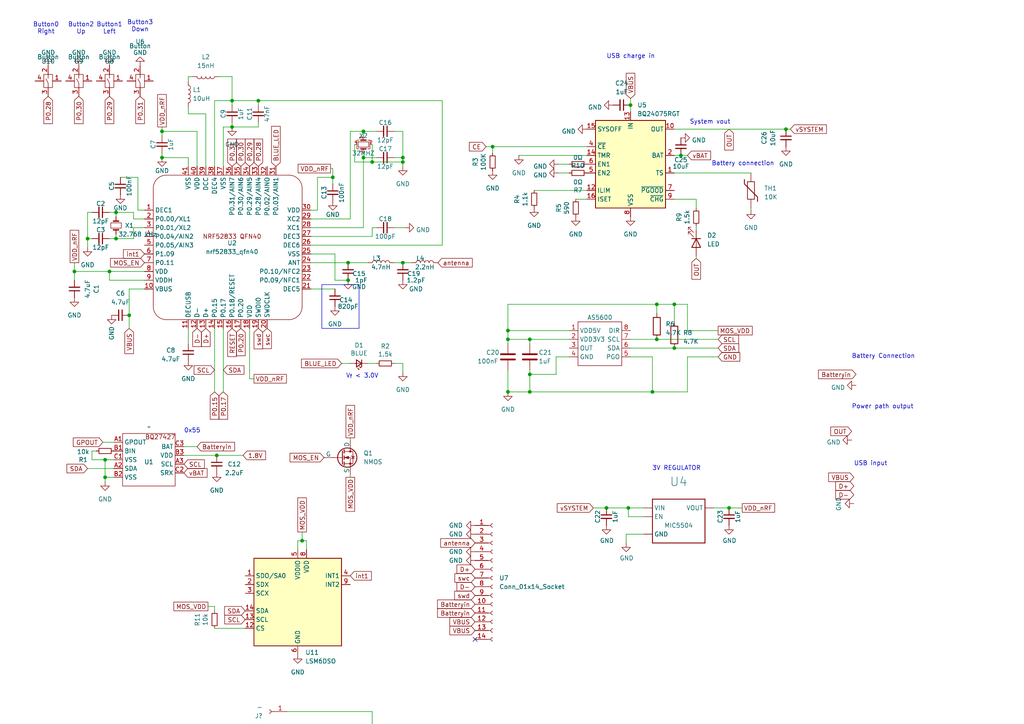
<source format=kicad_sch>
(kicad_sch (version 20231120) (generator "eeschema") (generator_version "8.0")
  (paper "A4")
  (title_block (title "Revolute Wireless") (date "2023-12-21") (company "Tongtong.Inc"))
  (junction (at 107.95 46.99))
  (junction (at 147.32 113.665))
  (junction (at 147.32 98.425))
  (junction (at 84.455 238.76))
  (junction (at 182.88 30.48))
  (junction (at 153.67 113.665))
  (junction (at 105.41 38.1))
  (junction (at 195.58 100.965))
  (junction (at 31.75 78.74))
  (junction (at 116.84 46.99))
  (junction (at 87.63 156.845))
  (junction (at 67.31 29.21))
  (junction (at 195.58 88.265))
  (junction (at 147.32 95.885))
  (junction (at 107.95 226.695))
  (junction (at 105.41 219.075))
  (junction (at 107.95 219.075))
  (junction (at 46.99 38.1))
  (junction (at 105.41 45.72))
  (junction (at 46.99 45.72))
  (junction (at 197.485 45.085))
  (junction (at 182.245 147.32))
  (junction (at 100.965 76.2))
  (junction (at 227.965 37.465))
  (junction (at 37.465 91.44))
  (junction (at 116.84 45.72))
  (junction (at 189.23 113.665))
  (junction (at 30.48 133.35))
  (junction (at 67.31 36.83))
  (junction (at 142.875 42.545))
  (junction (at 129.54 238.76))
  (junction (at 25.4 69.215))
  (junction (at 190.5 98.425))
  (junction (at 100.965 81.28))
  (junction (at 105.41 230.505))
  (junction (at 96.52 51.435))
  (junction (at 21.59 78.74))
  (junction (at 190.5 88.265))
  (junction (at 211.455 147.32))
  (junction (at 62.865 132.08))
  (junction (at 175.895 147.32))
  (junction (at 116.84 76.2))
  (junction (at 33.655 61.595))
  (junction (at 33.655 69.215))
  (junction (at 153.67 98.425))
  (junction (at 153.67 108.585))
  (junction (at 107.95 238.76))
  (junction (at 30.48 138.43))
  (junction (at 74.93 29.21))
  (no_connect (at 137.795 185.42))
  (wire (pts (xy 107.95 68.58) (xy 90.17 68.58)))
  (wire (pts (xy 40.005 60.96) (xy 41.91 60.96)))
  (wire (pts (xy 161.29 108.585) (xy 153.67 108.585)))
  (wire (pts (xy 96.52 230.505) (xy 96.52 231.14)))
  (wire (pts (xy 165.1 103.505) (xy 161.29 103.505)))
  (wire (pts (xy 102.87 46.99) (xy 107.95 46.99)))
  (wire (pts (xy 21.59 78.74) (xy 31.75 78.74)))
  (wire (pts (xy 211.455 147.32) (xy 207.01 147.32)))
  (wire (pts (xy 101.6 127) (xy 101.6 127.635)))
  (wire (pts (xy 129.54 219.075) (xy 129.54 238.76)))
  (wire (pts (xy 147.32 98.425) (xy 147.32 99.695)))
  (wire (pts (xy 86.36 159.385) (xy 86.36 156.845)))
  (wire (pts (xy 161.925 50.165) (xy 165.1 50.165)))
  (wire (pts (xy 54.61 31.115) (xy 54.61 33.02)))
  (wire (pts (xy 30.48 133.35) (xy 33.02 133.35)))
  (wire (pts (xy 117.475 66.04) (xy 114.3 66.04)))
  (wire (pts (xy 67.31 36.83) (xy 74.93 36.83)))
  (wire (pts (xy 107.95 238.76) (xy 114.3 238.76)))
  (wire (pts (xy 84.455 248.92) (xy 131.445 248.92)))
  (wire (pts (xy 181.61 154.94) (xy 186.69 154.94)))
  (wire (pts (xy 54.61 22.225) (xy 54.61 23.495)))
  (wire (pts (xy 97.155 81.28) (xy 100.965 81.28)))
  (wire (pts (xy 147.32 95.885) (xy 147.32 98.425)))
  (wire (pts (xy 84.455 238.76) (xy 91.44 238.76)))
  (wire (pts (xy 34.925 51.435) (xy 40.005 51.435)))
  (wire (pts (xy 38.735 61.595) (xy 33.655 61.595)))
  (wire (pts (xy 64.77 36.83) (xy 67.31 36.83)))
  (wire (pts (xy 102.87 41.91) (xy 102.87 46.99)))
  (wire (pts (xy 87.63 154.305) (xy 87.63 156.845)))
  (wire (pts (xy 64.77 48.26) (xy 64.77 36.83)))
  (wire (pts (xy 37.465 91.44) (xy 37.465 83.82)))
  (wire (pts (xy 147.32 95.885) (xy 147.32 88.265)))
  (wire (pts (xy 107.95 66.04) (xy 107.95 68.58)))
  (wire (pts (xy 60.325 175.895) (xy 62.23 175.895)))
  (wire (pts (xy 96.52 211.455) (xy 96.52 226.695)))
  (wire (pts (xy 86.36 156.845) (xy 87.63 156.845)))
  (wire (pts (xy 25.4 69.215) (xy 25.4 71.755)))
  (wire (pts (xy 119.38 226.695) (xy 107.95 226.695)))
  (wire (pts (xy 21.59 78.74) (xy 21.59 81.28)))
  (wire (pts (xy 128.27 29.21) (xy 74.93 29.21)))
  (wire (pts (xy 182.88 28.575) (xy 182.88 30.48)))
  (wire (pts (xy 147.32 95.885) (xy 165.1 95.885)))
  (wire (pts (xy 195.58 88.265) (xy 195.58 93.345)))
  (wire (pts (xy 46.99 44.45) (xy 46.99 45.72)))
  (wire (pts (xy 119.38 230.505) (xy 105.41 230.505)))
  (wire (pts (xy 90.17 60.96) (xy 92.075 60.96)))
  (wire (pts (xy 107.95 238.76) (xy 107.95 254.635)))
  (wire (pts (xy 97.155 73.66) (xy 97.155 81.28)))
  (wire (pts (xy 107.95 219.075) (xy 114.3 219.075)))
  (wire (pts (xy 142.875 44.45) (xy 142.875 42.545)))
  (wire (pts (xy 25.4 69.215) (xy 26.67 69.215)))
  (wire (pts (xy 41.91 63.5) (xy 38.735 63.5)))
  (wire (pts (xy 33.655 67.945) (xy 33.655 69.215)))
  (wire (pts (xy 182.88 100.965) (xy 195.58 100.965)))
  (wire (pts (xy 40.005 51.435) (xy 40.005 60.96)))
  (wire (pts (xy 107.95 219.075) (xy 107.95 206.375)))
  (wire (pts (xy 105.41 38.1) (xy 109.22 38.1)))
  (wire (pts (xy 147.32 107.315) (xy 147.32 113.665)))
  (wire (pts (xy 83.185 254.635) (xy 107.95 254.635)))
  (wire (pts (xy 182.245 147.32) (xy 186.69 147.32)))
  (wire (pts (xy 95.885 48.895) (xy 96.52 48.895)))
  (wire (pts (xy 142.875 42.545) (xy 170.18 42.545)))
  (wire (pts (xy 107.95 46.99) (xy 107.95 41.91)))
  (wire (pts (xy 114.3 38.1) (xy 116.84 38.1)))
  (wire (pts (xy 25.4 135.89) (xy 33.02 135.89)))
  (wire (pts (xy 54.61 48.26) (xy 54.61 45.72)))
  (wire (pts (xy 190.5 88.265) (xy 195.58 88.265)))
  (wire (pts (xy 90.17 73.66) (xy 97.155 73.66)))
  (wire (pts (xy 201.93 65.532) (xy 201.93 66.675)))
  (wire (pts (xy 153.67 98.425) (xy 147.32 98.425)))
  (wire (pts (xy 172.085 147.32) (xy 175.895 147.32)))
  (wire (pts (xy 62.23 29.21) (xy 62.23 48.26)))
  (wire (pts (xy 153.67 108.585) (xy 153.67 107.315)))
  (wire (pts (xy 199.39 95.885) (xy 208.28 95.885)))
  (wire (pts (xy 182.88 30.48) (xy 182.88 32.385)))
  (wire (pts (xy 105.41 38.1) (xy 105.41 39.37)))
  (wire (pts (xy 72.39 95.25) (xy 72.39 109.855)))
  (wire (pts (xy 46.99 36.83) (xy 46.99 38.1)))
  (wire (pts (xy 41.91 66.04) (xy 38.735 66.04)))
  (wire (pts (xy 129.54 238.76) (xy 129.54 241.3)))
  (wire (pts (xy 189.23 103.505) (xy 189.23 113.665)))
  (wire (pts (xy 153.67 113.665) (xy 189.23 113.665)))
  (wire (pts (xy 62.23 113.665) (xy 62.23 95.25)))
  (wire (pts (xy 38.735 66.04) (xy 38.735 69.215)))
  (wire (pts (xy 90.17 83.82) (xy 97.155 83.82)))
  (wire (pts (xy 62.865 132.08) (xy 70.485 132.08)))
  (wire (pts (xy 55.88 22.225) (xy 54.61 22.225)))
  (wire (pts (xy 96.52 230.505) (xy 105.41 230.505)))
  (wire (pts (xy 84.455 238.76) (xy 84.455 248.92)))
  (wire (pts (xy 153.67 98.425) (xy 153.67 99.695)))
  (wire (pts (xy 116.84 46.99) (xy 107.95 46.99)))
  (wire (pts (xy 90.17 76.2) (xy 100.965 76.2)))
  (wire (pts (xy 90.17 63.5) (xy 101.6 63.5)))
  (wire (pts (xy 38.735 63.5) (xy 38.735 61.595)))
  (wire (pts (xy 153.67 113.665) (xy 153.67 108.585)))
  (wire (pts (xy 195.58 57.785) (xy 201.93 57.785)))
  (wire (pts (xy 46.99 45.72) (xy 54.61 45.72)))
  (wire (pts (xy 199.39 113.665) (xy 199.39 103.505)))
  (wire (pts (xy 128.27 71.12) (xy 128.27 29.21)))
  (wire (pts (xy 116.84 45.72) (xy 116.84 46.99)))
  (wire (pts (xy 181.61 157.48) (xy 181.61 154.94)))
  (wire (pts (xy 154.94 55.245) (xy 170.18 55.245)))
  (wire (pts (xy 30.48 139.7) (xy 30.48 138.43)))
  (wire (pts (xy 105.41 44.45) (xy 105.41 45.72)))
  (wire (pts (xy 74.93 29.21) (xy 74.93 30.48)))
  (wire (pts (xy 64.77 113.665) (xy 64.77 95.25)))
  (wire (pts (xy 57.15 129.54) (xy 53.34 129.54)))
  (wire (pts (xy 46.99 38.1) (xy 57.15 38.1)))
  (wire (pts (xy 116.84 46.99) (xy 116.84 48.26)))
  (wire (pts (xy 101.6 63.5) (xy 101.6 38.1)))
  (wire (pts (xy 129.54 241.3) (xy 131.445 241.3)))
  (wire (pts (xy 175.895 147.32) (xy 182.245 147.32)))
  (wire (pts (xy 59.69 33.02) (xy 59.69 48.26)))
  (wire (pts (xy 101.6 38.1) (xy 105.41 38.1)))
  (wire (pts (xy 92.075 51.435) (xy 96.52 51.435)))
  (wire (pts (xy 147.32 113.665) (xy 153.67 113.665)))
  (wire (pts (xy 99.06 105.41) (xy 101.6 105.41)))
  (wire (pts (xy 101.6 138.43) (xy 101.6 137.795)))
  (wire (pts (xy 119.38 76.2) (xy 116.84 76.2)))
  (wire (pts (xy 37.465 83.82) (xy 41.91 83.82)))
  (wire (pts (xy 41.91 81.28) (xy 31.75 81.28)))
  (wire (pts (xy 190.5 88.265) (xy 190.5 90.805)))
  (wire (pts (xy 38.735 69.215) (xy 33.655 69.215)))
  (wire (pts (xy 67.31 29.21) (xy 67.31 30.48)))
  (wire (pts (xy 124.46 238.76) (xy 129.54 238.76)))
  (wire (pts (xy 105.41 219.075) (xy 107.95 219.075)))
  (wire (pts (xy 31.75 69.215) (xy 33.655 69.215)))
  (wire (pts (xy 90.17 71.12) (xy 128.27 71.12)))
  (wire (pts (xy 229.235 37.465) (xy 227.965 37.465)))
  (wire (pts (xy 101.6 219.075) (xy 105.41 219.075)))
  (wire (pts (xy 101.6 238.76) (xy 107.95 238.76)))
  (wire (pts (xy 116.84 38.1) (xy 116.84 45.72)))
  (wire (pts (xy 142.875 42.545) (xy 140.97 42.545)))
  (wire (pts (xy 67.31 35.56) (xy 67.31 36.83)))
  (wire (pts (xy 107.95 226.695) (xy 107.95 238.76)))
  (wire (pts (xy 105.41 45.72) (xy 105.41 66.04)))
  (wire (pts (xy 31.75 81.28) (xy 31.75 78.74)))
  (wire (pts (xy 186.69 149.86) (xy 182.245 149.86)))
  (wire (pts (xy 62.23 182.245) (xy 71.12 182.245)))
  (wire (pts (xy 27.94 130.81) (xy 26.67 130.81)))
  (wire (pts (xy 195.58 100.965) (xy 208.28 100.965)))
  (wire (pts (xy 119.38 246.38) (xy 119.38 230.505)))
  (wire (pts (xy 106.68 105.41) (xy 109.22 105.41)))
  (wire (pts (xy 57.15 48.26) (xy 57.15 38.1)))
  (wire (pts (xy 96.52 51.435) (xy 96.52 53.34)))
  (wire (pts (xy 87.63 156.845) (xy 88.9 156.845)))
  (wire (pts (xy 114.3 45.72) (xy 116.84 45.72)))
  (wire (pts (xy 46.99 38.1) (xy 46.99 39.37)))
  (wire (pts (xy 182.88 98.425) (xy 190.5 98.425)))
  (wire (pts (xy 26.67 133.35) (xy 30.48 133.35)))
  (wire (pts (xy 197.485 45.085) (xy 195.58 45.085)))
  (wire (pts (xy 33.655 61.595) (xy 33.655 62.865)))
  (wire (pts (xy 67.31 29.21) (xy 67.31 22.225)))
  (wire (pts (xy 153.67 98.425) (xy 165.1 98.425)))
  (wire (pts (xy 54.61 33.02) (xy 59.69 33.02)))
  (wire (pts (xy 31.75 61.595) (xy 33.655 61.595)))
  (wire (pts (xy 105.41 219.075) (xy 105.41 230.505)))
  (wire (pts (xy 195.58 37.465) (xy 227.965 37.465)))
  (wire (pts (xy 62.23 175.895) (xy 62.23 177.165)))
  (wire (pts (xy 190.5 98.425) (xy 208.28 98.425)))
  (wire (pts (xy 73.66 109.855) (xy 72.39 109.855)))
  (wire (pts (xy 201.93 74.93) (xy 201.93 74.295)))
  (wire (pts (xy 67.31 29.21) (xy 62.23 29.21)))
  (wire (pts (xy 199.39 45.085) (xy 197.485 45.085)))
  (wire (pts (xy 147.32 88.265) (xy 190.5 88.265)))
  (wire (pts (xy 67.31 22.225) (xy 63.5 22.225)))
  (wire (pts (xy 114.3 105.41) (xy 116.84 105.41)))
  (wire (pts (xy 90.17 66.04) (xy 105.41 66.04)))
  (wire (pts (xy 30.48 138.43) (xy 30.48 133.35)))
  (wire (pts (xy 201.93 57.785) (xy 201.93 60.452)))
  (wire (pts (xy 116.84 105.41) (xy 116.84 107.95)))
  (wire (pts (xy 124.46 219.075) (xy 129.54 219.075)))
  (wire (pts (xy 150.495 45.085) (xy 170.18 45.085)))
  (wire (pts (xy 37.465 95.25) (xy 37.465 91.44)))
  (wire (pts (xy 167.005 57.785) (xy 170.18 57.785)))
  (wire (pts (xy 116.84 76.2) (xy 114.3 76.2)))
  (wire (pts (xy 83.185 206.375) (xy 107.95 206.375)))
  (wire (pts (xy 161.29 103.505) (xy 161.29 108.585)))
  (wire (pts (xy 84.455 219.075) (xy 84.455 238.76)))
  (wire (pts (xy 217.805 50.165) (xy 195.58 50.165)))
  (wire (pts (xy 74.93 36.83) (xy 74.93 35.56)))
  (wire (pts (xy 91.44 219.075) (xy 84.455 219.075)))
  (wire (pts (xy 74.93 29.21) (xy 67.31 29.21)))
  (wire (pts (xy 96.52 226.695) (xy 107.95 226.695)))
  (wire (pts (xy 217.805 60.96) (xy 217.805 60.325)))
  (wire (pts (xy 25.4 61.595) (xy 26.67 61.595)))
  (wire (pts (xy 25.4 61.595) (xy 25.4 69.215)))
  (wire (pts (xy 26.67 130.81) (xy 26.67 133.35)))
  (wire (pts (xy 92.075 60.96) (xy 92.075 51.435)))
  (wire (pts (xy 189.23 113.665) (xy 199.39 113.665)))
  (wire (pts (xy 105.41 45.72) (xy 109.22 45.72)))
  (wire (pts (xy 54.61 95.25) (xy 54.61 99.695)))
  (wire (pts (xy 96.52 48.895) (xy 96.52 51.435)))
  (wire (pts (xy 88.9 156.845) (xy 88.9 159.385)))
  (wire (pts (xy 53.34 132.08) (xy 62.865 132.08)))
  (wire (pts (xy 106.68 76.2) (xy 100.965 76.2)))
  (wire (pts (xy 21.59 76.2) (xy 21.59 78.74)))
  (wire (pts (xy 195.58 88.265) (xy 199.39 88.265)))
  (wire (pts (xy 182.88 103.505) (xy 189.23 103.505)))
  (wire (pts (xy 31.75 78.74) (xy 41.91 78.74)))
  (wire (pts (xy 182.245 149.86) (xy 182.245 147.32)))
  (wire (pts (xy 29.845 128.27) (xy 33.02 128.27)))
  (wire (pts (xy 109.22 66.04) (xy 107.95 66.04)))
  (wire (pts (xy 30.48 138.43) (xy 33.02 138.43)))
  (wire (pts (xy 215.265 147.32) (xy 211.455 147.32)))
  (wire (pts (xy 199.39 103.505) (xy 208.28 103.505)))
  (wire (pts (xy 161.925 47.625) (xy 165.1 47.625)))
  (wire (pts (xy 199.39 88.265) (xy 199.39 95.885)))
  (rectangle (start 93.345 82.55) (end 104.14 95.25))
  (text "charging Power input" (at 67.31 231.775 0) (effects (font (size 1.27 1.27))))
  (text "Button2\nUp" (at 23.495 8.255 0) (effects (font (size 1.27 1.27))))
  (text "Battery connection" (at 206.375 48.26 0) (effects (font (size 1.27 1.27)) (justify left bottom)))
  (text "-" (at 132.08 247.015 0) (effects (font (size 1.27 1.27))))
  (text "V_{f} < 3.0V" (at 100.33 109.855 0) (effects (font (size 1.27 1.27)) (justify left bottom)))
  (text "Button1\nLeft" (at 31.75 8.255 0) (effects (font (size 1.27 1.27))))
  (text "Power path output" (at 247.015 118.745 0) (effects (font (size 1.27 1.27)) (justify left bottom)))
  (text "System vout" (at 200.025 36.195 0) (effects (font (size 1.27 1.27)) (justify left bottom)))
  (text "USB input\n" (at 247.65 135.255 0) (effects (font (size 1.27 1.27)) (justify left bottom)))
  (text "USB charge in" (at 175.895 17.145 0) (effects (font (size 1.27 1.27)) (justify left bottom)))
  (text "Button3\nDown" (at 40.64 7.62 0) (effects (font (size 1.27 1.27))))
  (text "+" (at 133.35 238.125 0) (effects (font (size 1.27 1.27))))
  (text "Button0\nRight" (at 13.335 8.255 0) (effects (font (size 1.27 1.27))))
  (text "0x55\n" (at 53.34 125.73 0) (effects (font (size 1.27 1.27)) (justify left bottom)))
  (text "Battery Connection" (at 247.015 104.14 0) (effects (font (size 1.27 1.27)) (justify left bottom)))
  (text "3V REGULATOR" (at 196.215 135.89 0) (effects (font (size 1.27 1.27))))
  (global_label "BLUE_LED" (shape input) (at 99.06 105.41 180) (property "Intersheetrefs" "${INTERSHEET_REFS}" (effects (hide yes))))
  (global_label "GPOUT" (shape input) (at 29.845 128.27 180) (property "Intersheetrefs" "${INTERSHEET_REFS}" (effects (hide yes))))
  (global_label "Batteryin" (shape input) (at 137.795 175.26 180) (property "Intersheetrefs" "${INTERSHEET_REFS}" (effects (hide yes))))
  (global_label "SDA" (shape input) (at 71.12 177.165 180) (property "Intersheetrefs" "${INTERSHEET_REFS}" (effects (hide yes))))
  (global_label "swc" (shape input) (at 77.47 95.25 270) (property "Intersheetrefs" "${INTERSHEET_REFS}" (effects (hide yes))))
  (global_label "VDD_nRF" (shape passive) (at 215.265 147.32 0) (property "Intersheetrefs" "${INTERSHEET_REFS}" (effects (hide yes))))
  (global_label "VDD_nRF" (shape passive) (at 73.66 109.855 0) (property "Intersheetrefs" "${INTERSHEET_REFS}" (effects (hide yes))))
  (global_label "vSYSTEM" (shape input) (at 172.085 147.32 180) (property "Intersheetrefs" "${INTERSHEET_REFS}" (effects (hide yes))))
  (global_label "SDA" (shape input) (at 64.77 107.315 0) (property "Intersheetrefs" "${INTERSHEET_REFS}" (effects (hide yes))))
  (global_label "antenna" (shape input) (at 137.795 157.48 180) (property "Intersheetrefs" "${INTERSHEET_REFS}" (effects (hide yes))))
  (global_label "D-" (shape input) (at 247.65 143.51 180) (property "Intersheetrefs" "${INTERSHEET_REFS}" (effects (hide yes))))
  (global_label "MOS_VDD" (shape passive) (at 101.6 138.43 270) (property "Intersheetrefs" "${INTERSHEET_REFS}" (effects (hide yes))))
  (global_label "MOS_VDD" (shape passive) (at 208.28 95.885 0) (property "Intersheetrefs" "${INTERSHEET_REFS}" (effects (hide yes))))
  (global_label "VDD_nRF" (shape passive) (at 95.885 48.895 180) (property "Intersheetrefs" "${INTERSHEET_REFS}" (effects (hide yes))))
  (global_label "MOS_EN" (shape input) (at 41.91 76.2 180) (property "Intersheetrefs" "${INTERSHEET_REFS}" (effects (hide yes))))
  (global_label "P0.20" (shape input) (at 69.85 95.25 270) (property "Intersheetrefs" "${INTERSHEET_REFS}" (effects (hide yes))))
  (global_label "MOS_VDD" (shape passive) (at 87.63 154.305 90) (property "Intersheetrefs" "${INTERSHEET_REFS}" (effects (hide yes))))
  (global_label "VBUS" (shape input) (at 182.88 28.575 90) (property "Intersheetrefs" "${INTERSHEET_REFS}" (effects (hide yes))))
  (global_label "D+" (shape input) (at 247.65 140.97 180) (property "Intersheetrefs" "${INTERSHEET_REFS}" (effects (hide yes))))
  (global_label "Batteryin" (shape input) (at 248.285 108.585 180) (property "Intersheetrefs" "${INTERSHEET_REFS}" (effects (hide yes))))
  (global_label "VBUS" (shape input) (at 137.795 182.88 180) (property "Intersheetrefs" "${INTERSHEET_REFS}" (effects (hide yes))))
  (global_label "P0.31" (shape input) (at 40.64 27.94 270) (property "Intersheetrefs" "${INTERSHEET_REFS}" (effects (hide yes))))
  (global_label "VBUS" (shape input) (at 131.445 241.3 0) (property "Intersheetrefs" "${INTERSHEET_REFS}" (effects (hide yes))))
  (global_label "swc" (shape input) (at 137.795 167.64 180) (property "Intersheetrefs" "${INTERSHEET_REFS}" (effects (hide yes))))
  (global_label "BLUE_LED" (shape input) (at 80.01 48.26 90) (property "Intersheetrefs" "${INTERSHEET_REFS}" (effects (hide yes))))
  (global_label "vBAT" (shape input) (at 53.34 137.16 0) (property "Intersheetrefs" "${INTERSHEET_REFS}" (effects (hide yes))))
  (global_label "vSYSTEM" (shape input) (at 229.235 37.465 0) (property "Intersheetrefs" "${INTERSHEET_REFS}" (effects (hide yes))))
  (global_label "int1" (shape input) (at 41.91 73.66 180) (property "Intersheetrefs" "${INTERSHEET_REFS}" (effects (hide yes))))
  (global_label "OUT" (shape input) (at 211.455 37.465 270) (property "Intersheetrefs" "${INTERSHEET_REFS}" (effects (hide yes))))
  (global_label "MOS_EN" (shape input) (at 93.98 132.715 180) (property "Intersheetrefs" "${INTERSHEET_REFS}" (effects (hide yes))))
  (global_label "P0.30" (shape input) (at 22.86 27.94 270) (property "Intersheetrefs" "${INTERSHEET_REFS}" (effects (hide yes))))
  (global_label "int1" (shape input) (at 101.6 167.005 0) (property "Intersheetrefs" "${INTERSHEET_REFS}" (effects (hide yes))))
  (global_label "SDA" (shape input) (at 208.28 100.965 0) (property "Intersheetrefs" "${INTERSHEET_REFS}" (effects (hide yes))))
  (global_label "CE" (shape input) (at 140.97 42.545 180) (property "Intersheetrefs" "${INTERSHEET_REFS}" (effects (hide yes))))
  (global_label "D-" (shape input) (at 57.15 95.25 270) (property "Intersheetrefs" "${INTERSHEET_REFS}" (effects (hide yes))))
  (global_label "swd" (shape input) (at 74.93 95.25 270) (property "Intersheetrefs" "${INTERSHEET_REFS}" (effects (hide yes))))
  (global_label "VDD_nRF" (shape passive) (at 21.59 76.2 90) (property "Intersheetrefs" "${INTERSHEET_REFS}" (effects (hide yes))))
  (global_label "MOS_VDD" (shape passive) (at 60.325 175.895 180) (property "Intersheetrefs" "${INTERSHEET_REFS}" (effects (hide yes))))
  (global_label "SCL" (shape input) (at 208.28 98.425 0) (property "Intersheetrefs" "${INTERSHEET_REFS}" (effects (hide yes))))
  (global_label "GND" (shape input) (at 208.28 103.505 0) (property "Intersheetrefs" "${INTERSHEET_REFS}" (effects (hide yes))))
  (global_label "P0.30" (shape input) (at 69.85 48.26 90) (property "Intersheetrefs" "${INTERSHEET_REFS}" (effects (hide yes))))
  (global_label "P0.29" (shape input) (at 31.75 27.94 270) (property "Intersheetrefs" "${INTERSHEET_REFS}" (effects (hide yes))))
  (global_label "VDD_nRF" (shape passive) (at 101.6 127 90) (property "Intersheetrefs" "${INTERSHEET_REFS}" (effects (hide yes))))
  (global_label "SCL" (shape input) (at 62.23 107.315 180) (property "Intersheetrefs" "${INTERSHEET_REFS}" (effects (hide yes))))
  (global_label "D+" (shape input) (at 59.69 95.25 270) (property "Intersheetrefs" "${INTERSHEET_REFS}" (effects (hide yes))))
  (global_label "Batteryin" (shape input) (at 57.15 129.54 0) (property "Intersheetrefs" "${INTERSHEET_REFS}" (effects (hide yes))))
  (global_label "SDA" (shape input) (at 25.4 135.89 180) (property "Intersheetrefs" "${INTERSHEET_REFS}" (effects (hide yes))))
  (global_label "1.8V" (shape input) (at 70.485 132.08 0) (property "Intersheetrefs" "${INTERSHEET_REFS}" (effects (hide yes))))
  (global_label "P0.15" (shape input) (at 62.23 113.665 270) (property "Intersheetrefs" "${INTERSHEET_REFS}" (effects (hide yes))))
  (global_label "VBUS" (shape input) (at 247.65 138.43 180) (property "Intersheetrefs" "${INTERSHEET_REFS}" (effects (hide yes))))
  (global_label "OUT" (shape input) (at 201.93 74.93 270) (property "Intersheetrefs" "${INTERSHEET_REFS}" (effects (hide yes))))
  (global_label "P0.28" (shape input) (at 13.97 27.94 270) (property "Intersheetrefs" "${INTERSHEET_REFS}" (effects (hide yes))))
  (global_label "P0.31" (shape input) (at 67.31 48.26 90) (property "Intersheetrefs" "${INTERSHEET_REFS}" (effects (hide yes))))
  (global_label "VBUS" (shape input) (at 37.465 95.25 270) (property "Intersheetrefs" "${INTERSHEET_REFS}" (effects (hide yes))))
  (global_label "RESET" (shape input) (at 67.31 95.25 270) (property "Intersheetrefs" "${INTERSHEET_REFS}" (effects (hide yes))))
  (global_label "VDD_nRF" (shape passive) (at 46.99 36.83 90) (property "Intersheetrefs" "${INTERSHEET_REFS}" (effects (hide yes))))
  (global_label "vBAT" (shape input) (at 199.39 45.085 0) (property "Intersheetrefs" "${INTERSHEET_REFS}" (effects (hide yes))))
  (global_label "D+" (shape input) (at 137.795 165.1 180) (property "Intersheetrefs" "${INTERSHEET_REFS}" (effects (hide yes))))
  (global_label "antenna" (shape input) (at 127 76.2 0) (property "Intersheetrefs" "${INTERSHEET_REFS}" (effects (hide yes))))
  (global_label "VBUS" (shape input) (at 137.795 180.34 180) (property "Intersheetrefs" "${INTERSHEET_REFS}" (effects (hide yes))))
  (global_label "P0.28" (shape input) (at 74.93 48.26 90) (property "Intersheetrefs" "${INTERSHEET_REFS}" (effects (hide yes))))
  (global_label "P0.17" (shape input) (at 64.77 113.665 270) (property "Intersheetrefs" "${INTERSHEET_REFS}" (effects (hide yes))))
  (global_label "P0.29" (shape input) (at 72.39 48.26 90) (property "Intersheetrefs" "${INTERSHEET_REFS}" (effects (hide yes))))
  (global_label "OUT" (shape input) (at 247.015 125.095 180) (property "Intersheetrefs" "${INTERSHEET_REFS}" (effects (hide yes))))
  (global_label "swd" (shape input) (at 137.795 172.72 180) (property "Intersheetrefs" "${INTERSHEET_REFS}" (effects (hide yes))))
  (global_label "Batteryin" (shape input) (at 137.795 177.8 180) (property "Intersheetrefs" "${INTERSHEET_REFS}" (effects (hide yes))))
  (global_label "SCL" (shape input) (at 71.12 179.705 180) (property "Intersheetrefs" "${INTERSHEET_REFS}" (effects (hide yes))))
  (global_label "SCL" (shape input) (at 53.34 134.62 0) (property "Intersheetrefs" "${INTERSHEET_REFS}" (effects (hide yes))))
  (global_label "D-" (shape input) (at 137.795 170.18 180) (property "Intersheetrefs" "${INTERSHEET_REFS}" (effects (hide yes))))
  (symbol (lib_id "power:GND") (at 117.475 66.04 90) (unit 1)
    (property "Reference" "#PWR018" (effects (hide yes)))
    (property "Value" "GND" (at 120.65 66.675 90) (effects (justify right)))
  )
  (symbol (lib_id "power:GND") (at 150.495 45.085 0) (unit 1)
    (property "Reference" "#PWR022" (effects (hide yes)))
    (property "Value" "GND" (at 150.495 50.165 0))
  )
  (symbol (lib_id "power:GND") (at 96.52 58.42 0) (unit 1)
    (property "Reference" "#PWR012" (effects (hide yes)))
    (property "Value" "GND" (at 96.52 62.23 0))
  )
  (symbol (lib_id "power:GND") (at 40.64 19.05 180) (unit 1)
    (property "Reference" "#PWR031" (effects (hide yes)))
    (property "Value" "GND" (at 40.64 15.24 0))
  )
  (symbol (lib_id "Device:C_Small") (at 34.925 91.44 270) (unit 1)
    (property "Reference" "C6" (at 34.925 85.09 90))
    (property "Value" "4.7uF" (at 34.925 87.63 90))
    (property "Footprint" "Library:Capacitor-0201" (effects (hide yes)))
    (property "ID" "140" (effects (hide yes)))
  )
  (symbol (lib_id "Device:R_Small") (at 142.875 46.99 0) (unit 1)
    (property "Reference" "R3" (at 137.8966 46.99 90))
    (property "Value" "100K" (at 140.208 46.99 90))
    (property "Footprint" "Library:Resistor-0201" (effects (hide yes)))
    (property "ID" "131" (effects (hide yes)))
  )
  (symbol (lib_id "power:GND") (at 227.965 42.545 0) (unit 1)
    (property "Reference" "#PWR038" (effects (hide yes)))
    (property "Value" "GND" (at 227.965 47.625 0))
  )
  (symbol (lib_id "Library:Button") (at 38.735 25.4 90) (unit 1)
    (property "Reference" "U6" (at 40.64 12.065 90))
    (property "Value" "Button" (at 40.64 13.335 90))
    (property "Footprint" "Library:SMDButton" (effects (hide yes)))
    (property "ID" "116" (effects (hide yes)))
  )
  (symbol (lib_id "power:GND") (at 182.88 62.865 0) (unit 1)
    (property "Reference" "#PWR029" (effects (hide yes)))
    (property "Value" "GND" (at 182.88 67.945 0))
  )
  (symbol (lib_id "power:GND") (at 154.94 60.325 0) (unit 1)
    (property "Reference" "#PWR023" (effects (hide yes)))
    (property "Value" "GND" (at 154.94 65.405 0))
  )
  (symbol (lib_id "Device:L") (at 59.69 22.225 270) (unit 1)
    (property "Reference" "L2" (at 59.69 16.51 90))
    (property "Value" "15nH" (at 59.69 19.05 90))
    (property "Footprint" "Inductor_SMD:L_0402_1005Metric" (effects (hide yes)))
    (property "ID" "11" (effects (hide yes)))
  )
  (symbol (lib_id "Library:nrf52833_qfn40") (at 63.5 77.47 0) (unit 1)
    (property "Reference" "U2" (at 67.31 70.485 0))
    (property "Value" "nrf52833_qfn40" (at 67.31 73.025 0))
    (property "Footprint" "Library:QFN-40-1EP_5x5mm_P0.4mm_EP3.6x3.6mm" (effects (hide yes)))
    (property "ID" "107" (effects (hide yes)))
  )
  (symbol (lib_id "power:GND") (at 25.4 71.755 0) (unit 1)
    (property "Reference" "#PWR02" (effects (hide yes)))
    (property "Value" "GND" (at 25.4 76.835 0))
  )
  (symbol (lib_id "Device:L") (at 110.49 76.2 90) (unit 1)
    (property "Reference" "L3" (at 109.22 74.93 90))
    (property "Value" "4.7nH" (at 110.49 77.47 90))
    (property "Footprint" "Inductor_SMD:L_0402_1005Metric" (effects (hide yes)))
    (property "ID" "104" (effects (hide yes)))
  )
  (symbol (lib_id "Device:Crystal_Small") (at 33.655 65.405 270) (unit 1)
    (property "Reference" "X1" (at 36.195 65.405 90) (effects (justify left)))
    (property "Value" "32.768 kHz" (at 34.29 67.945 90) (effects (justify left)))
    (property "Footprint" "Library:Crystal_SMD_2012-2Pin_2.0x1.2mm" (effects (hide yes)))
    (property "ID" "43" (effects (hide yes)))
  )
  (symbol (lib_id "Connector:Conn_01x01_Socket") (at 78.105 206.375 180) (unit 1)
    (property "Reference" "J?" (at 76.2 207.6451 0) (effects (justify left)))
    (property "Value" "-" (at 76.2 205.1051 0) (effects (justify left)))
    (property "Footprint" "Library:Pogo-pin-recepticle" (effects (hide yes)))
    (property "Description" "Generic connector, single row, 01x01, script generated" (effects (hide yes)))
  )
  (symbol (lib_id "power:GND") (at 217.805 60.96 0) (unit 1)
    (property "Reference" "#PWR033" (effects (hide yes)))
    (property "Value" "GND" (at 217.805 66.04 0))
  )
  (symbol (lib_id "power:GND") (at 248.285 111.76 270) (unit 1)
    (property "Reference" "#PWR037" (effects (hide yes)))
    (property "Value" "GND" (at 245.11 112.395 90) (effects (justify right)))
  )
  (symbol (lib_id "power:GND") (at 161.925 47.625 270) (unit 1)
    (property "Reference" "#PWR024" (effects (hide yes)))
    (property "Value" "GND" (at 158.75 48.26 90) (effects (justify right)))
  )
  (symbol (lib_id "power:GND") (at 67.31 36.83 0) (unit 1)
    (property "Reference" "#PWR09" (effects (hide yes)))
    (property "Value" "GND" (at 67.31 41.91 0))
  )
  (symbol (lib_id "Device:C_Small") (at 54.61 102.235 180) (unit 1)
    (property "Reference" "C8" (at 49.53 101.6 0))
    (property "Value" "4.7uF" (at 49.53 104.14 0))
    (property "Footprint" "Library:Capacitor-0201" (effects (hide yes)))
    (property "ID" "140" (effects (hide yes)))
  )
  (symbol (lib_id "power:GND") (at 147.32 113.665 0) (unit 1)
    (property "Reference" "#PWR019" (effects (hide yes)))
    (property "Value" "GND" (at 147.32 118.745 0))
  )
  (symbol (lib_id "Sensor_Motion:LSM6DS3") (at 86.36 174.625 0) (unit 1)
    (property "Reference" "U11" (at 88.5541 189.23 0) (effects (justify left)))
    (property "Value" "LSM6DSO" (at 88.5541 191.77 0) (effects (justify left)))
    (property "Footprint" "Package_LGA:LGA-14_3x2.5mm_P0.5mm_LayoutBorder3x4y" (effects (hide yes)))
    (property "Datasheet" "https://www.st.com/resource/en/datasheet/lsm6ds3tr-c.pdf" (effects (hide yes)))
    (property "Description" "I2C/SPI, iNEMO inertial module: always-on 3D accelerometer and 3D gyroscope" (effects (hide yes)))
  )
  (symbol (lib_id "power:GND") (at 116.84 107.95 0) (unit 1)
    (property "Reference" "#PWR017" (effects (hide yes)))
    (property "Value" "GND" (at 116.84 113.03 0))
  )
  (symbol (lib_id "Simulation_SPICE:PMOS") (at 119.38 241.3 90) (unit 1)
    (property "Reference" "Q?" (at 119.38 232.41 90))
    (property "Value" "PMOS-CSD25483F4" (at 119.38 234.95 90))
    (property "Footprint" "Library:Mosfet0402" (effects (hide yes)))
    (property "Datasheet" "https://ngspice.sourceforge.io/docs/ngspice-html-manual/manual.xhtml#cha_MOSFETs" (effects (hide yes)))
    (property "Description" "P-MOSFET transistor, drain/source/gate" (effects (hide yes)))
    (property "Sim.Device" "PMOS" (effects (hide yes)))
    (property "Sim.Type" "VDMOS" (effects (hide yes)))
    (property "Sim.Pins" "1=D 2=G 3=S" (effects (hide yes)))
  )
  (symbol (lib_id "nrfmicro-rescue:GND") (at 131.445 248.92 90) (unit 1)
    (property "Reference" "#PWR03" (effects (hide yes)))
    (property "Value" "GND" (at 135.8392 248.793 0))
  )
  (symbol (lib_id "power:GND") (at 116.84 48.26 0) (unit 1)
    (property "Reference" "#PWR015" (effects (hide yes)))
    (property "Value" "GND" (at 116.84 53.34 0))
  )
  (symbol (lib_id "power:GND") (at 62.865 137.16 0) (unit 1)
    (property "Reference" "#PWR011" (effects (hide yes)))
    (property "Value" "GND" (at 62.865 142.24 0))
  )
  (symbol (lib_id "Simulation_SPICE:NMOS") (at 96.52 216.535 270) (unit 1)
    (property "Reference" "Q?" (at 96.52 222.885 90))
    (property "Value" "NMOS-CSD17381F4" (at 96.52 225.425 90))
    (property "Footprint" "Library:Mosfet0402" (effects (hide yes)))
    (property "Datasheet" "https://ngspice.sourceforge.io/docs/ngspice-html-manual/manual.xhtml#cha_MOSFETs" (effects (hide yes)))
    (property "Description" "N-MOSFET transistor, drain/source/gate" (effects (hide yes)))
    (property "Sim.Device" "NMOS" (effects (hide yes)))
    (property "Sim.Type" "VDMOS" (effects (hide yes)))
    (property "Sim.Pins" "1=D 2=G 3=S" (effects (hide yes)))
  )
  (symbol (lib_id "nrfmicro-rescue:GND") (at 211.455 152.4 0) (unit 1)
    (property "Reference" "#PWR027" (effects (hide yes)))
    (property "Value" "GND" (at 211.582 156.7942 0))
  )
  (symbol (lib_id "Device:C_Small") (at 21.59 83.82 180) (unit 1)
    (property "Reference" "C1" (at 27.94 83.82 90))
    (property "Value" "4.7uF" (at 25.4 83.82 90))
    (property "Footprint" "Library:Capacitor-0201" (effects (hide yes)))
    (property "ID" "140" (effects (hide yes)))
  )
  (symbol (lib_id "power:GND") (at 116.84 81.28 0) (unit 1)
    (property "Reference" "#PWR016" (effects (hide yes)))
    (property "Value" "GND" (at 120.65 83.82 0))
  )
  (symbol (lib_id "power:GND") (at 142.875 49.53 0) (unit 1)
    (property "Reference" "#PWR020" (effects (hide yes)))
    (property "Value" "GND" (at 142.875 54.61 0))
  )
  (symbol (lib_id "Device:C_Small") (at 97.155 86.36 180) (unit 1)
    (property "Reference" "C14" (at 100.33 86.995 0))
    (property "Value" "820pF" (at 100.965 88.9 0))
    (property "Footprint" "Library:Capacitor-0201" (effects (hide yes)))
    (property "ID" "137" (effects (hide yes)))
  )
  (symbol (lib_id "Device:R_Small") (at 201.93 62.992 0) (unit 1)
    (property "Reference" "R9" (at 196.9516 62.992 90))
    (property "Value" "1.5k" (at 199.263 62.992 90))
    (property "Footprint" "Library:Resistor-0201" (effects (hide yes)))
    (property "ID" "138" (effects (hide yes)))
  )
  (symbol (lib_id "Device:R") (at 195.58 97.155 0) (unit 1)
    (property "Reference" "R8" (at 198.12 96.52 0) (effects (justify left)))
    (property "Value" "4.7K" (at 198.12 99.06 0) (effects (justify left)))
    (property "Footprint" "Library:Resistor-0201" (effects (hide yes)))
    (property "ID" "135" (effects (hide yes)))
  )
  (symbol (lib_id "Library:Button") (at 12.065 25.4 90) (unit 1)
    (property "Reference" "U10" (at 13.97 17.78 90))
    (property "Value" "Button" (at 13.97 16.51 90))
    (property "Footprint" "Library:SMDButton" (effects (hide yes)))
    (property "ID" "116" (effects (hide yes)))
  )
  (symbol (lib_id "nrfmicro-rescue:GND") (at 247.65 146.05 270) (unit 1)
    (property "Reference" "#PWR036" (effects (hide yes)))
    (property "Value" "GND" (at 243.2558 146.177 0))
  )
  (symbol (lib_id "power:GND") (at 86.36 189.865 0) (unit 1)
    (property "Reference" "#PWR045" (effects (hide yes)))
    (property "Value" "GND" (at 86.36 194.945 0))
  )
  (symbol (lib_id "power:GND") (at 137.795 162.56 270) (unit 1)
    (property "Reference" "#PWR044" (effects (hide yes)))
    (property "Value" "GND" (at 130.175 162.56 90) (effects (justify left)))
  )
  (symbol (lib_id "power:GND") (at 137.795 160.02 270) (unit 1)
    (property "Reference" "#PWR034" (effects (hide yes)))
    (property "Value" "GND" (at 130.175 160.02 90) (effects (justify left)))
  )
  (symbol (lib_id "Device:LED") (at 201.93 70.485 270) (unit 1)
    (property "Reference" "D2" (at 205.105 68.2625 90) (effects (justify left)))
    (property "Value" "LED" (at 205.105 70.8025 90) (effects (justify left)))
    (property "Footprint" "LED_SMD:LED_0402_1005Metric" (effects (hide yes)))
    (property "ID" "97" (effects (hide yes)))
  )
  (symbol (lib_id "Simulation_SPICE:NMOS") (at 99.06 132.715 0) (unit 1)
    (property "Reference" "Q1" (at 105.41 131.4449 0) (effects (justify left)))
    (property "Value" "NMOS" (at 105.41 133.9849 0) (effects (justify left)))
    (property "Footprint" "Library:Mosfet0402" (effects (hide yes)))
    (property "Datasheet" "https://ngspice.sourceforge.io/docs/ngspice-html-manual/manual.xhtml#cha_MOSFETs" (effects (hide yes)))
    (property "Description" "N-MOSFET transistor, drain/source/gate" (effects (hide yes)))
    (property "Sim.Device" "NMOS" (effects (hide yes)))
    (property "Sim.Type" "VDMOS" (effects (hide yes)))
    (property "Sim.Pins" "1=D 2=G 3=S" (effects (hide yes)))
  )
  (symbol (lib_id "Device:C_Small") (at 96.52 55.88 0) (unit 1)
    (property "Reference" "C13" (at 93.98 55.88 90))
    (property "Value" "100nF" (at 99.06 55.88 90))
    (property "Footprint" "Library:Capacitor-0201" (effects (hide yes)))
    (property "ID" "145" (effects (hide yes)))
  )
  (symbol (lib_id "nrfmicro-rescue:GND") (at 181.61 157.48 0) (unit 1)
    (property "Reference" "#PWR025" (effects (hide yes)))
    (property "Value" "GND" (at 181.737 161.8742 0))
  )
  (symbol (lib_id "power:GND") (at 170.18 37.465 270) (unit 1)
    (property "Reference" "#PWR039" (effects (hide yes)))
    (property "Value" "GND" (at 167.005 38.1 90) (effects (justify right)))
  )
  (symbol (lib_id "ESP32-eagle-import:MIC5504") (at 196.85 152.4 0) (unit 1)
    (property "Reference" "U4" (at 196.85 139.7 0) (effects (font (size 2.54 2.54))))
    (property "Value" "MIC5504" (at 196.85 152.4 0))
    (property "Footprint" "Library:TDFN-4" (effects (hide yes)))
  )
  (symbol (lib_id "power:GND") (at 197.485 40.005 90) (unit 1)
    (property "Reference" "#PWR030" (effects (hide yes)))
    (property "Value" "GND" (at 200.66 40.64 90) (effects (justify right)))
  )
  (symbol (lib_id "Simulation_SPICE:PMOS") (at 119.38 221.615 90) (unit 1)
    (property "Reference" "Q?" (at 119.38 212.725 90))
    (property "Value" "PMOS-CSD25483F4" (at 119.38 215.265 90))
    (property "Footprint" "Library:Mosfet0402" (effects (hide yes)))
    (property "Datasheet" "https://ngspice.sourceforge.io/docs/ngspice-html-manual/manual.xhtml#cha_MOSFETs" (effects (hide yes)))
    (property "Description" "P-MOSFET transistor, drain/source/gate" (effects (hide yes)))
    (property "Sim.Device" "PMOS" (effects (hide yes)))
    (property "Sim.Type" "VDMOS" (effects (hide yes)))
    (property "Sim.Pins" "1=D 2=G 3=S" (effects (hide yes)))
  )
  (symbol (lib_id "nrfmicro-rescue:GND") (at 175.895 152.4 0) (unit 1)
    (property "Reference" "#PWR021" (effects (hide yes)))
    (property "Value" "GND" (at 176.022 156.7942 0))
  )
  (symbol (lib_id "power:GND") (at 21.59 86.36 0) (unit 1)
    (property "Reference" "#PWR01" (effects (hide yes)))
    (property "Value" "GND" (at 21.59 91.44 0))
  )
  (symbol (lib_id "Device:C_Small") (at 34.925 53.975 0) (unit 1)
    (property "Reference" "C5" (at 32.385 53.975 90))
    (property "Value" "100nF" (at 37.465 53.975 90))
    (property "Footprint" "Library:Capacitor-0201" (effects (hide yes)))
    (property "ID" "145" (effects (hide yes)))
  )
  (symbol (lib_id "Device:Crystal_GND24_Small") (at 105.41 41.91 90) (unit 1)
    (property "Reference" "X2" (at 105.41 39.37 90))
    (property "Value" "32MHZ" (at 105.41 44.45 90))
    (property "Footprint" "Library:Crystal_SMD_2016-4Pin_2.0x1.6mm" (effects (hide yes)))
    (property "ID" "42" (effects (hide yes)))
  )
  (symbol (lib_id "power:GND") (at 13.97 19.05 180) (unit 1)
    (property "Reference" "#PWR042" (effects (hide yes)))
    (property "Value" "GND" (at 13.97 15.24 0))
  )
  (symbol (lib_id "power:GND") (at 30.48 139.7 0) (unit 1)
    (property "Reference" "#PWR08" (effects (hide yes)))
    (property "Value" "GND" (at 30.48 144.78 0))
  )
  (symbol (lib_id "Device:C_Small") (at 211.455 149.86 0) (unit 1)
    (property "Reference" "C23" (at 208.915 149.86 90))
    (property "Value" "1uF" (at 213.995 149.86 90))
    (property "Footprint" "Library:Capacitor-0201" (effects (hide yes)))
    (property "ID" "136" (effects (hide yes)))
  )
  (symbol (lib_id "Library:BQ27427") (at 43.18 133.35 0) (unit 1)
    (property "Reference" "U1" (at 43.18 133.985 0))
    (property "Value" "~" (at 43.2386 123.825 0))
    (property "Footprint" "Package_BGA:Texas_DSBGA-9_1.62mmx1.58mm_Layout3x3_P0.5mm" (effects (hide yes)))
  )
  (symbol (lib_id "Device:C_Small") (at 116.84 78.74 180) (unit 1)
    (property "Reference" "C19" (at 120.015 79.375 0))
    (property "Value" "1.2pF" (at 120.65 81.28 0))
    (property "Footprint" "Library:Capacitor_0402_1005M-nosilk" (effects (hide yes)))
    (property "ID" "144" (effects (hide yes)))
  )
  (symbol (lib_id "Device:C_Small") (at 46.99 41.91 0) (unit 1)
    (property "Reference" "C7" (at 44.45 41.91 90))
    (property "Value" "1uF" (at 49.53 41.91 90))
    (property "Footprint" "Library:Capacitor-0201" (effects (hide yes)))
    (property "ID" "136" (effects (hide yes)))
  )
  (symbol (lib_id "power:GND") (at 34.925 56.515 0) (unit 1)
    (property "Reference" "#PWR05" (effects (hide yes)))
    (property "Value" "GND" (at 34.925 60.325 0))
  )
  (symbol (lib_name "C_Small_1") (lib_id "Device:C_Small") (at 29.21 69.215 270) (unit 1)
    (property "Reference" "C3" (at 29.21 66.675 90))
    (property "Value" "12pF" (at 29.21 71.755 90))
    (property "Footprint" "Library:Capacitor-0201" (effects (hide yes)))
    (property "ID" "142" (effects (hide yes)))
  )
  (symbol (lib_id "Device:R_Small") (at 111.76 105.41 270) (unit 1)
    (property "Reference" "R2" (at 111.76 100.4316 90))
    (property "Value" "1.5k" (at 111.76 102.743 90))
    (property "Footprint" "Library:Resistor-0201" (effects (hide yes)))
    (property "ID" "138" (effects (hide yes)))
  )
  (symbol (lib_id "power:GND") (at 32.385 91.44 0) (unit 1)
    (property "Reference" "#PWR04" (effects (hide yes)))
    (property "Value" "GND" (at 32.3849 94.615 90) (effects (justify right)))
  )
  (symbol (lib_id "power:GND") (at 97.155 88.9 0) (unit 1)
    (property "Reference" "#PWR013" (effects (hide yes)))
    (property "Value" "GND" (at 97.155 93.98 0))
  )
  (symbol (lib_id "Device:R_Small") (at 167.64 47.625 90) (unit 1)
    (property "Reference" "R10" (at 167.64 48.0314 90))
    (property "Value" "0Ω" (at 167.64 45.72 90))
    (property "Footprint" "Library:Resistor-0201" (effects (hide yes)))
    (property "ID" "10" (effects (hide yes)))
  )
  (symbol (lib_id "Device:C_Small") (at 100.965 78.74 180) (unit 1)
    (property "Reference" "C15" (at 104.14 79.375 0))
    (property "Value" "1pF" (at 104.775 81.28 0))
    (property "Footprint" "Library:Capacitor_0402_1005M-nosilk" (effects (hide yes)))
    (property "ID" "146" (effects (hide yes)))
  )
  (symbol (lib_id "Device:C") (at 153.67 103.505 0) (unit 1)
    (property "Reference" "C21" (at 156.21 102.235 0) (effects (justify left)))
    (property "Value" "1uF" (at 156.21 104.775 0) (effects (justify left)))
    (property "Footprint" "Library:Capacitor-0201" (effects (hide yes)))
    (property "ID" "136" (effects (hide yes)))
  )
  (symbol (lib_id "Connector:Conn_01x01_Socket") (at 78.105 254.635 180) (unit 1)
    (property "Reference" "J?" (at 76.2 255.9051 0) (effects (justify left)))
    (property "Value" "+" (at 76.2 253.3651 0) (effects (justify left)))
    (property "Footprint" "Library:Pogo-pin-recepticle" (effects (hide yes)))
    (property "Description" "Generic connector, single row, 01x01, script generated" (effects (hide yes)))
  )
  (symbol (lib_id "Device:C_Small") (at 62.865 134.62 0) (unit 1)
    (property "Reference" "C12" (at 67.945 134.62 0))
    (property "Value" "2.2uF" (at 67.945 137.16 0))
    (property "Footprint" "Library:Capacitor-0201" (effects (hide yes)))
  )
  (symbol (lib_id "Device:C_Small") (at 74.93 33.02 0) (unit 1)
    (property "Reference" "C11" (at 72.39 33.02 90))
    (property "Value" "47nF" (at 77.47 33.02 90))
    (property "Footprint" "Library:Capacitor-0201" (effects (hide yes)))
    (property "ID" "139" (effects (hide yes)))
  )
  (symbol (lib_id "Battery_Management:BQ24075RGT") (at 182.88 47.625 0) (unit 1)
    (property "Reference" "U5" (at 184.8359 30.48 0) (effects (justify left)))
    (property "Value" "BQ24075RGT" (at 184.8359 33.02 0) (effects (justify left)))
    (property "Footprint" "Package_DFN_QFN:VQFN-16-1EP_3x3mm_P0.5mm_EP1.6x1.6mm" (effects (hide yes)))
    (property "Datasheet" "http://www.ti.com/lit/ds/symlink/bq24075.pdf" (effects (hide yes)))
    (property "ID" "93" (effects (hide yes)))
  )
  (symbol (lib_id "Device:R_Small") (at 62.23 179.705 0) (unit 1)
    (property "Reference" "R11" (at 57.2516 179.705 90))
    (property "Value" "10k" (at 59.563 179.705 90))
    (property "Footprint" "Library:Resistor-0201" (effects (hide yes)))
  )
  (symbol (lib_id "power:GND") (at 161.925 50.165 270) (unit 1)
    (property "Reference" "#PWR043" (effects (hide yes)))
    (property "Value" "GND" (at 158.75 50.8 90) (effects (justify right)))
  )
  (symbol (lib_id "Device:C_Small") (at 197.485 42.545 0) (unit 1)
    (property "Reference" "C25" (at 197.485 46.355 0))
    (property "Value" "10uF" (at 197.485 48.26 0))
    (property "Footprint" "Capacitor_SMD:C_0402_1005Metric" (effects (hide yes)))
    (property "ID" "83" (effects (hide yes)))
  )
  (symbol (lib_id "power:GND") (at 137.795 152.4 270) (unit 1)
    (property "Reference" "#PWR010" (effects (hide yes)))
    (property "Value" "GND" (at 130.175 152.4 90) (effects (justify left)))
  )
  (symbol (lib_id "Device:C_Small") (at 111.76 45.72 270) (unit 1)
    (property "Reference" "C17" (at 111.76 43.18 90))
    (property "Value" "12pF" (at 111.76 48.26 90))
    (property "Footprint" "Library:Capacitor-0201" (effects (hide yes)))
    (property "ID" "142" (effects (hide yes)))
  )
  (symbol (lib_id "Device:C") (at 147.32 103.505 0) (unit 1)
    (property "Reference" "C20" (at 140.97 102.235 0) (effects (justify left)))
    (property "Value" "100nF" (at 138.43 104.775 0) (effects (justify left)))
    (property "Footprint" "Library:Capacitor-0201" (effects (hide yes)))
    (property "ID" "145" (effects (hide yes)))
  )
  (symbol (lib_id "power:GND") (at 177.8 30.48 270) (unit 1)
    (property "Reference" "#PWR028" (effects (hide yes)))
    (property "Value" "GND" (at 174.625 31.115 90) (effects (justify right)))
  )
  (symbol (lib_id "Library:Button") (at 29.845 25.4 90) (unit 1)
    (property "Reference" "U8" (at 31.75 17.78 90))
    (property "Value" "Button" (at 31.75 16.51 90))
    (property "Footprint" "Library:SMDButton" (effects (hide yes)))
    (property "ID" "116" (effects (hide yes)))
  )
  (symbol (lib_id "Device:C_Small") (at 227.965 40.005 0) (unit 1)
    (property "Reference" "C26" (at 221.615 40.005 90))
    (property "Value" "10uF" (at 224.155 40.005 90))
    (property "Footprint" "Capacitor_SMD:C_0402_1005Metric" (effects (hide yes)))
    (property "ID" "83" (effects (hide yes)))
  )
  (symbol (lib_id "Device:LED_Small") (at 104.14 105.41 180) (unit 1)
    (property "Reference" "D1" (at 104.14 100.1522 0))
    (property "Value" "BLUE" (at 104.14 102.4636 0))
    (property "Footprint" "LED_SMD:LED_0402_1005Metric" (effects (hide yes)))
    (property "ID" "90" (effects (hide yes)))
  )
  (symbol (lib_id "power:GND") (at 54.61 104.775 0) (unit 1)
    (property "Reference" "#PWR07" (effects (hide yes)))
    (property "Value" "GND" (at 54.61 109.855 0))
  )
  (symbol (lib_id "Device:L") (at 123.19 76.2 90) (unit 1)
    (property "Reference" "L4" (at 121.92 74.93 90))
    (property "Value" "2.2nH" (at 123.19 77.47 90))
    (property "Footprint" "Inductor_SMD:L_0402_1005Metric" (effects (hide yes)))
    (property "ID" "101" (effects (hide yes)))
  )
  (symbol (lib_id "Device:C_Small") (at 180.34 30.48 270) (unit 1)
    (property "Reference" "C24" (at 180.34 24.13 90))
    (property "Value" "1uF" (at 180.34 26.67 90))
    (property "Footprint" "Library:Capacitor-0201" (effects (hide yes)))
    (property "ID" "136" (effects (hide yes)))
  )
  (symbol (lib_id "Device:R_Small") (at 167.64 50.165 90) (unit 1)
    (property "Reference" "R7" (at 167.64 55.1434 90))
    (property "Value" "0Ω" (at 167.64 52.832 90))
    (property "Footprint" "Library:Resistor-0201" (effects (hide yes)))
    (property "ID" "10" (effects (hide yes)))
  )
  (symbol (lib_id "Device:R_Small") (at 154.94 57.785 0) (unit 1)
    (property "Reference" "R4" (at 149.9616 57.785 90))
    (property "Value" "1.1k" (at 152.273 57.785 90))
    (property "Footprint" "Library:Resistor_0402_1005M-nosilk" (effects (hide yes)))
    (property "ID" "105" (effects (hide yes)))
  )
  (symbol (lib_id "Device:C_Small") (at 29.21 61.595 270) (unit 1)
    (property "Reference" "C2" (at 29.21 59.055 90))
    (property "Value" "12pF" (at 29.21 64.135 90))
    (property "Footprint" "Library:Capacitor-0201" (effects (hide yes)))
    (property "ID" "142" (effects (hide yes)))
  )
  (symbol (lib_id "power:GND") (at 31.75 19.05 180) (unit 1)
    (property "Reference" "#PWR040" (effects (hide yes)))
    (property "Value" "GND" (at 31.75 15.24 0))
  )
  (symbol (lib_id "power:GND") (at 22.86 19.05 180) (unit 1)
    (property "Reference" "#PWR041" (effects (hide yes)))
    (property "Value" "GND" (at 22.86 15.24 0))
  )
  (symbol (lib_id "Simulation_SPICE:NMOS") (at 96.52 236.22 270) (unit 1)
    (property "Reference" "Q?" (at 96.52 242.57 90))
    (property "Value" "NMOS-CSD17381F4" (at 96.52 245.11 90))
    (property "Footprint" "Library:Mosfet0402" (effects (hide yes)))
    (property "Datasheet" "https://ngspice.sourceforge.io/docs/ngspice-html-manual/manual.xhtml#cha_MOSFETs" (effects (hide yes)))
    (property "Description" "N-MOSFET transistor, drain/source/gate" (effects (hide yes)))
    (property "Sim.Device" "NMOS" (effects (hide yes)))
    (property "Sim.Type" "VDMOS" (effects (hide yes)))
    (property "Sim.Pins" "1=D 2=G 3=S" (effects (hide yes)))
  )
  (symbol (lib_id "Library:AS5600") (at 173.99 99.695 0) (unit 1)
    (property "Reference" "U3" (effects (hide yes)))
    (property "Value" "AS5600" (at 173.99 92.075 0))
    (property "Footprint" "Library:SOIC-8-1EP_3.9x4.9mm_P1.27mm_EP2.514x3.2mm" (effects (hide yes)))
    (property "ID" "73" (effects (hide yes)))
  )
  (symbol (lib_id "power:GND") (at 167.005 62.865 0) (unit 1)
    (property "Reference" "#PWR026" (effects (hide yes)))
    (property "Value" "GND" (at 167.005 67.945 0))
  )
  (symbol (lib_id "Connector:Conn_01x14_Socket") (at 142.875 167.64 0) (unit 1)
    (property "Reference" "U7" (at 144.78 167.6399 0) (effects (justify left)))
    (property "Value" "Conn_01x14_Socket" (at 144.78 170.1799 0) (effects (justify left)))
    (property "Footprint" "Library:FPC" (effects (hide yes)))
    (property "Description" "Generic connector, single row, 01x14, script generated" (effects (hide yes)))
  )
  (symbol (lib_id "Device:C_Small") (at 111.76 38.1 270) (unit 1)
    (property "Reference" "C16" (at 111.76 35.56 90))
    (property "Value" "12pF" (at 111.76 40.64 90))
    (property "Footprint" "Library:Capacitor-0201" (effects (hide yes)))
    (property "ID" "142" (effects (hide yes)))
  )
  (symbol (lib_id "Device:C_Small") (at 67.31 33.02 0) (unit 1)
    (property "Reference" "C9" (at 64.77 33.02 90))
    (property "Value" "1uF" (at 69.85 33.02 90))
    (property "Footprint" "Library:Capacitor-0201" (effects (hide yes)))
    (property "ID" "136" (effects (hide yes)))
  )
  (symbol (lib_id "power:GND") (at 100.965 81.28 0) (unit 1)
    (property "Reference" "#PWR014" (effects (hide yes)))
    (property "Value" "GND" (at 104.14 83.185 0))
  )
  (symbol (lib_id "Device:R_Small") (at 167.005 60.325 0) (unit 1)
    (property "Reference" "R5" (at 162.0266 60.325 90))
    (property "Value" "590" (at 164.338 60.325 90))
    (property "Footprint" "Library:Resistor_0402_1005M-nosilk" (effects (hide yes)))
    (property "ID" "77" (effects (hide yes)))
  )
  (symbol (lib_id "Device:C_Small") (at 175.895 149.86 0) (unit 1)
    (property "Reference" "C22" (at 173.355 149.86 90))
    (property "Value" "1uF" (at 178.435 149.86 90))
    (property "Footprint" "Library:Capacitor-0201" (effects (hide yes)))
    (property "ID" "136" (effects (hide yes)))
  )
  (symbol (lib_id "Device:R") (at 190.5 94.615 0) (unit 1)
    (property "Reference" "R6" (at 193.04 93.98 0) (effects (justify left)))
    (property "Value" "4.7K" (at 193.04 96.52 0) (effects (justify left)))
    (property "Footprint" "Library:Resistor-0201" (effects (hide yes)))
    (property "ID" "135" (effects (hide yes)))
  )
  (symbol (lib_id "Device:C_Small") (at 111.76 66.04 270) (unit 1)
    (property "Reference" "C18" (at 111.76 63.5 90))
    (property "Value" "100pF" (at 111.76 68.58 90))
    (property "Footprint" "Library:Capacitor-0201" (effects (hide yes)))
    (property "ID" "141" (effects (hide yes)))
  )
  (symbol (lib_id "Device:R_Small") (at 30.48 130.81 90) (unit 1)
    (property "Reference" "R1" (at 24.13 133.35 90))
    (property "Value" "10k" (at 24.13 131.0386 90))
    (property "Footprint" "Library:Resistor-0201" (effects (hide yes)))
    (property "ID" "110" (effects (hide yes)))
  )
  (symbol (lib_id "Device:Thermistor") (at 217.805 55.245 0) (unit 1)
    (property "Reference" "TH1" (at 221.615 54.61 0) (effects (justify left)))
    (property "Value" "10K" (at 221.615 57.15 0) (effects (justify left)))
    (property "Footprint" "Library:Resistor_0402_1005M-nosilk" (effects (hide yes)))
    (property "ID" "31" (effects (hide yes)))
  )
  (symbol (lib_id "power:GND") (at 46.99 45.72 0) (unit 1)
    (property "Reference" "#PWR06" (effects (hide yes)))
    (property "Value" "GND" (at 46.99 49.53 0))
  )
  (symbol (lib_id "Device:L") (at 54.61 27.305 0) (unit 1)
    (property "Reference" "L1" (at 55.88 26.0349 0) (effects (justify left)))
    (property "Value" "10uH" (at 55.88 28.5749 0) (effects (justify left)))
    (property "Footprint" "Inductor_SMD:L_0402_1005Metric" (effects (hide yes)))
    (property "ID" "57" (effects (hide yes)))
  )
  (symbol (lib_id "power:GND") (at 247.015 127.635 270) (unit 1)
    (property "Reference" "#PWR035" (effects (hide yes)))
    (property "Value" "GND" (at 243.84 128.27 90) (effects (justify right)))
  )
  (symbol (lib_id "Library:Button") (at 20.955 25.4 90) (unit 1)
    (property "Reference" "U9" (at 22.86 17.78 90))
    (property "Value" "Button" (at 22.86 16.51 90))
    (property "Footprint" "Library:SMDButton" (effects (hide yes)))
    (property "ID" "116" (effects (hide yes)))
  )
  (symbol (lib_id "power:GND") (at 137.795 154.94 270) (unit 1)
    (property "Reference" "#PWR032" (effects (hide yes)))
    (property "Value" "GND" (at 130.175 154.94 90) (effects (justify left)))
  )
)
</source>
